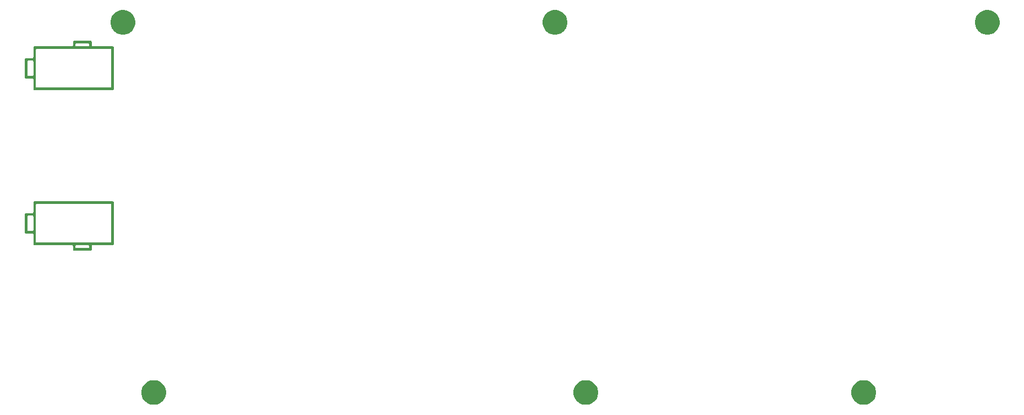
<source format=gts>
G04 #@! TF.GenerationSoftware,KiCad,Pcbnew,5.1.2-f72e74a~84~ubuntu18.04.1*
G04 #@! TF.CreationDate,2019-06-18T11:54:42+09:00*
G04 #@! TF.ProjectId,right-top-mirror,72696768-742d-4746-9f70-2d6d6972726f,rev?*
G04 #@! TF.SameCoordinates,Original*
G04 #@! TF.FileFunction,Soldermask,Top*
G04 #@! TF.FilePolarity,Negative*
%FSLAX46Y46*%
G04 Gerber Fmt 4.6, Leading zero omitted, Abs format (unit mm)*
G04 Created by KiCad (PCBNEW 5.1.2-f72e74a~84~ubuntu18.04.1) date 2019-06-18 11:54:42*
%MOMM*%
%LPD*%
G04 APERTURE LIST*
%ADD10C,0.100000*%
G04 APERTURE END LIST*
D10*
G36*
X85870866Y-116885527D02*
G01*
X86054501Y-116922054D01*
X86400461Y-117065356D01*
X86711817Y-117273397D01*
X86976603Y-117538183D01*
X87184644Y-117849539D01*
X87327946Y-118195499D01*
X87401000Y-118562768D01*
X87401000Y-118937232D01*
X87327946Y-119304501D01*
X87184644Y-119650461D01*
X86976603Y-119961817D01*
X86711817Y-120226603D01*
X86400461Y-120434644D01*
X86054501Y-120577946D01*
X85870866Y-120614473D01*
X85687233Y-120651000D01*
X85312767Y-120651000D01*
X85129134Y-120614473D01*
X84945499Y-120577946D01*
X84599539Y-120434644D01*
X84288183Y-120226603D01*
X84023397Y-119961817D01*
X83815356Y-119650461D01*
X83672054Y-119304501D01*
X83599000Y-118937232D01*
X83599000Y-118562768D01*
X83672054Y-118195499D01*
X83815356Y-117849539D01*
X84023397Y-117538183D01*
X84288183Y-117273397D01*
X84599539Y-117065356D01*
X84945499Y-116922054D01*
X85129134Y-116885527D01*
X85312767Y-116849000D01*
X85687233Y-116849000D01*
X85870866Y-116885527D01*
X85870866Y-116885527D01*
G37*
G36*
X195120866Y-116885527D02*
G01*
X195304501Y-116922054D01*
X195650461Y-117065356D01*
X195961817Y-117273397D01*
X196226603Y-117538183D01*
X196434644Y-117849539D01*
X196577946Y-118195499D01*
X196651000Y-118562768D01*
X196651000Y-118937232D01*
X196577946Y-119304501D01*
X196434644Y-119650461D01*
X196226603Y-119961817D01*
X195961817Y-120226603D01*
X195650461Y-120434644D01*
X195304501Y-120577946D01*
X195120866Y-120614473D01*
X194937233Y-120651000D01*
X194562767Y-120651000D01*
X194379134Y-120614473D01*
X194195499Y-120577946D01*
X193849539Y-120434644D01*
X193538183Y-120226603D01*
X193273397Y-119961817D01*
X193065356Y-119650461D01*
X192922054Y-119304501D01*
X192849000Y-118937232D01*
X192849000Y-118562768D01*
X192922054Y-118195499D01*
X193065356Y-117849539D01*
X193273397Y-117538183D01*
X193538183Y-117273397D01*
X193849539Y-117065356D01*
X194195499Y-116922054D01*
X194379134Y-116885527D01*
X194562767Y-116849000D01*
X194937233Y-116849000D01*
X195120866Y-116885527D01*
X195120866Y-116885527D01*
G37*
G36*
X152370866Y-116885527D02*
G01*
X152554501Y-116922054D01*
X152900461Y-117065356D01*
X153211817Y-117273397D01*
X153476603Y-117538183D01*
X153684644Y-117849539D01*
X153827946Y-118195499D01*
X153901000Y-118562768D01*
X153901000Y-118937232D01*
X153827946Y-119304501D01*
X153684644Y-119650461D01*
X153476603Y-119961817D01*
X153211817Y-120226603D01*
X152900461Y-120434644D01*
X152554501Y-120577946D01*
X152370866Y-120614473D01*
X152187233Y-120651000D01*
X151812767Y-120651000D01*
X151629134Y-120614473D01*
X151445499Y-120577946D01*
X151099539Y-120434644D01*
X150788183Y-120226603D01*
X150523397Y-119961817D01*
X150315356Y-119650461D01*
X150172054Y-119304501D01*
X150099000Y-118937232D01*
X150099000Y-118562768D01*
X150172054Y-118195499D01*
X150315356Y-117849539D01*
X150523397Y-117538183D01*
X150788183Y-117273397D01*
X151099539Y-117065356D01*
X151445499Y-116922054D01*
X151629134Y-116885527D01*
X151812767Y-116849000D01*
X152187233Y-116849000D01*
X152370866Y-116885527D01*
X152370866Y-116885527D01*
G37*
G36*
X79172191Y-89309600D02*
G01*
X79202073Y-89312543D01*
X79240414Y-89324174D01*
X79275750Y-89343061D01*
X79306721Y-89368479D01*
X79332139Y-89399450D01*
X79351026Y-89434786D01*
X79362657Y-89473127D01*
X79366584Y-89513000D01*
X79366201Y-89516888D01*
X79365600Y-89529122D01*
X79365600Y-95846878D01*
X79366201Y-95859112D01*
X79366584Y-95863000D01*
X79362657Y-95902873D01*
X79351026Y-95941214D01*
X79332139Y-95976550D01*
X79306721Y-96007521D01*
X79275750Y-96032939D01*
X79240414Y-96051826D01*
X79202073Y-96063457D01*
X79172191Y-96066400D01*
X79162200Y-96067384D01*
X79158312Y-96067001D01*
X79146078Y-96066400D01*
X76086999Y-96066400D01*
X76062613Y-96068802D01*
X76039164Y-96075915D01*
X76017553Y-96087466D01*
X75998611Y-96103011D01*
X75983066Y-96121953D01*
X75971515Y-96143564D01*
X75964402Y-96167013D01*
X75962000Y-96191399D01*
X75962000Y-96710478D01*
X75962601Y-96722712D01*
X75962984Y-96726600D01*
X75959057Y-96766473D01*
X75947426Y-96804814D01*
X75928539Y-96840150D01*
X75903121Y-96871121D01*
X75872150Y-96896539D01*
X75836814Y-96915426D01*
X75798473Y-96927057D01*
X75768591Y-96930000D01*
X75758600Y-96930984D01*
X75754712Y-96930601D01*
X75742478Y-96930000D01*
X73285522Y-96930000D01*
X73273288Y-96930601D01*
X73269400Y-96930984D01*
X73259409Y-96930000D01*
X73229527Y-96927057D01*
X73191186Y-96915426D01*
X73155850Y-96896539D01*
X73124879Y-96871121D01*
X73099461Y-96840150D01*
X73080574Y-96804814D01*
X73068943Y-96766473D01*
X73065016Y-96726600D01*
X73065400Y-96722701D01*
X73066001Y-96710468D01*
X73066000Y-96191399D01*
X73472800Y-96191399D01*
X73472800Y-96398201D01*
X73475202Y-96422587D01*
X73482315Y-96446036D01*
X73493866Y-96467647D01*
X73509411Y-96486589D01*
X73528353Y-96502134D01*
X73549964Y-96513685D01*
X73573413Y-96520798D01*
X73597799Y-96523200D01*
X75430202Y-96523200D01*
X75454588Y-96520798D01*
X75478037Y-96513685D01*
X75499648Y-96502134D01*
X75518590Y-96486589D01*
X75534135Y-96467647D01*
X75545686Y-96446036D01*
X75552799Y-96422587D01*
X75555201Y-96398200D01*
X75555200Y-96191398D01*
X75552798Y-96167012D01*
X75545685Y-96143563D01*
X75534134Y-96121953D01*
X75518588Y-96103011D01*
X75499646Y-96087466D01*
X75478035Y-96075915D01*
X75454587Y-96068802D01*
X75430201Y-96066400D01*
X73597799Y-96066400D01*
X73573413Y-96068802D01*
X73549964Y-96075915D01*
X73528353Y-96087466D01*
X73509411Y-96103011D01*
X73493866Y-96121953D01*
X73482315Y-96143564D01*
X73475202Y-96167013D01*
X73472800Y-96191399D01*
X73066000Y-96191399D01*
X73063598Y-96167013D01*
X73056485Y-96143564D01*
X73044934Y-96121953D01*
X73029388Y-96103011D01*
X73010447Y-96087466D01*
X72988836Y-96075915D01*
X72965387Y-96068802D01*
X72941001Y-96066400D01*
X67189522Y-96066400D01*
X67177288Y-96067001D01*
X67173400Y-96067384D01*
X67163409Y-96066400D01*
X67133527Y-96063457D01*
X67095186Y-96051826D01*
X67059850Y-96032939D01*
X67028879Y-96007521D01*
X67003461Y-95976550D01*
X66984574Y-95941214D01*
X66972943Y-95902873D01*
X66969016Y-95863000D01*
X66969400Y-95859101D01*
X66970001Y-95846868D01*
X66970001Y-94387999D01*
X66967599Y-94363613D01*
X66960486Y-94340164D01*
X66948935Y-94318553D01*
X66933390Y-94299611D01*
X66914448Y-94284066D01*
X66892837Y-94272515D01*
X66869388Y-94265402D01*
X66845002Y-94263000D01*
X65918809Y-94263000D01*
X65902939Y-94261437D01*
X65878461Y-94261437D01*
X65852600Y-94263984D01*
X65812728Y-94260057D01*
X65774387Y-94248426D01*
X65739051Y-94229539D01*
X65708080Y-94204121D01*
X65682662Y-94173150D01*
X65663775Y-94137814D01*
X65652144Y-94099473D01*
X65649201Y-94069591D01*
X65649201Y-91644799D01*
X66056000Y-91644799D01*
X66056000Y-93731201D01*
X66058402Y-93755587D01*
X66065515Y-93779036D01*
X66077066Y-93800647D01*
X66092611Y-93819589D01*
X66111553Y-93835134D01*
X66133164Y-93846685D01*
X66156613Y-93853798D01*
X66180999Y-93856200D01*
X66845002Y-93856200D01*
X66869388Y-93853798D01*
X66892837Y-93846685D01*
X66914448Y-93835134D01*
X66933390Y-93819589D01*
X66948935Y-93800647D01*
X66960486Y-93779036D01*
X66967599Y-93755587D01*
X66970001Y-93731201D01*
X66970000Y-91644799D01*
X66967598Y-91620413D01*
X66960485Y-91596964D01*
X66948934Y-91575353D01*
X66933389Y-91556411D01*
X66914447Y-91540866D01*
X66892836Y-91529315D01*
X66869387Y-91522202D01*
X66845001Y-91519800D01*
X66180999Y-91519800D01*
X66156613Y-91522202D01*
X66133164Y-91529315D01*
X66111553Y-91540866D01*
X66092611Y-91556411D01*
X66077066Y-91575353D01*
X66065515Y-91596964D01*
X66058402Y-91620413D01*
X66056000Y-91644799D01*
X65649201Y-91644799D01*
X65649200Y-91306410D01*
X65652143Y-91276528D01*
X65663774Y-91238187D01*
X65682661Y-91202851D01*
X65708079Y-91171879D01*
X65739050Y-91146461D01*
X65774386Y-91127574D01*
X65812727Y-91115943D01*
X65852600Y-91112016D01*
X65878460Y-91114563D01*
X65902939Y-91114563D01*
X65918809Y-91113000D01*
X66845001Y-91113000D01*
X66869387Y-91110598D01*
X66892836Y-91103485D01*
X66914447Y-91091934D01*
X66933389Y-91076389D01*
X66948934Y-91057447D01*
X66960485Y-91035836D01*
X66967598Y-91012387D01*
X66970000Y-90988001D01*
X66970000Y-89841399D01*
X67376800Y-89841399D01*
X67376800Y-95534601D01*
X67379202Y-95558987D01*
X67386315Y-95582436D01*
X67397866Y-95604047D01*
X67413411Y-95622989D01*
X67432353Y-95638534D01*
X67453964Y-95650085D01*
X67477413Y-95657198D01*
X67501799Y-95659600D01*
X73253278Y-95659600D01*
X73265512Y-95658999D01*
X73269400Y-95658616D01*
X73273288Y-95658999D01*
X73285522Y-95659600D01*
X75742478Y-95659600D01*
X75754712Y-95658999D01*
X75758600Y-95658616D01*
X75762488Y-95658999D01*
X75774722Y-95659600D01*
X78833802Y-95659600D01*
X78858188Y-95657198D01*
X78881637Y-95650085D01*
X78903248Y-95638534D01*
X78922190Y-95622989D01*
X78937735Y-95604047D01*
X78949286Y-95582436D01*
X78956399Y-95558987D01*
X78958801Y-95534601D01*
X78958800Y-89841399D01*
X78956398Y-89817013D01*
X78949285Y-89793564D01*
X78937734Y-89771953D01*
X78922189Y-89753011D01*
X78903247Y-89737466D01*
X78881636Y-89725915D01*
X78858187Y-89718802D01*
X78833801Y-89716400D01*
X67501799Y-89716400D01*
X67477413Y-89718802D01*
X67453964Y-89725915D01*
X67432353Y-89737466D01*
X67413411Y-89753011D01*
X67397866Y-89771953D01*
X67386315Y-89793564D01*
X67379202Y-89817013D01*
X67376800Y-89841399D01*
X66970000Y-89841399D01*
X66970000Y-89529122D01*
X66969399Y-89516888D01*
X66969016Y-89513000D01*
X66972943Y-89473127D01*
X66984574Y-89434786D01*
X67003461Y-89399450D01*
X67028879Y-89368479D01*
X67059850Y-89343061D01*
X67095186Y-89324174D01*
X67133527Y-89312543D01*
X67163409Y-89309600D01*
X67173400Y-89308616D01*
X67177288Y-89308999D01*
X67189522Y-89309600D01*
X79146078Y-89309600D01*
X79158312Y-89308999D01*
X79162200Y-89308616D01*
X79172191Y-89309600D01*
X79172191Y-89309600D01*
G37*
G36*
X75768591Y-64570000D02*
G01*
X75798473Y-64572943D01*
X75836814Y-64584574D01*
X75872150Y-64603461D01*
X75903121Y-64628879D01*
X75928539Y-64659850D01*
X75947426Y-64695186D01*
X75959057Y-64733527D01*
X75962984Y-64773400D01*
X75962601Y-64777288D01*
X75962000Y-64789522D01*
X75962000Y-65308601D01*
X75964402Y-65332987D01*
X75971515Y-65356436D01*
X75983066Y-65378047D01*
X75998611Y-65396989D01*
X76017553Y-65412534D01*
X76039164Y-65424085D01*
X76062613Y-65431198D01*
X76086999Y-65433600D01*
X79146078Y-65433600D01*
X79158312Y-65432999D01*
X79162200Y-65432616D01*
X79172191Y-65433600D01*
X79202073Y-65436543D01*
X79240414Y-65448174D01*
X79275750Y-65467061D01*
X79306721Y-65492479D01*
X79332139Y-65523450D01*
X79351026Y-65558786D01*
X79362657Y-65597127D01*
X79366584Y-65637000D01*
X79366201Y-65640888D01*
X79365600Y-65653122D01*
X79365600Y-71970878D01*
X79366201Y-71983112D01*
X79366584Y-71987000D01*
X79362657Y-72026873D01*
X79351026Y-72065214D01*
X79332139Y-72100550D01*
X79306721Y-72131521D01*
X79275750Y-72156939D01*
X79240414Y-72175826D01*
X79202073Y-72187457D01*
X79172191Y-72190400D01*
X79162200Y-72191384D01*
X79158312Y-72191001D01*
X79146078Y-72190400D01*
X67189522Y-72190400D01*
X67177288Y-72191001D01*
X67173400Y-72191384D01*
X67163409Y-72190400D01*
X67133527Y-72187457D01*
X67095186Y-72175826D01*
X67059850Y-72156939D01*
X67028879Y-72131521D01*
X67003461Y-72100550D01*
X66984574Y-72065214D01*
X66972943Y-72026873D01*
X66969016Y-71987000D01*
X66969400Y-71983101D01*
X66970001Y-71970868D01*
X66970001Y-70511999D01*
X66967599Y-70487613D01*
X66960486Y-70464164D01*
X66948935Y-70442553D01*
X66933390Y-70423611D01*
X66914448Y-70408066D01*
X66892837Y-70396515D01*
X66869388Y-70389402D01*
X66845002Y-70387000D01*
X65918809Y-70387000D01*
X65902939Y-70385437D01*
X65878461Y-70385437D01*
X65852600Y-70387984D01*
X65812728Y-70384057D01*
X65774387Y-70372426D01*
X65739051Y-70353539D01*
X65708080Y-70328121D01*
X65682662Y-70297150D01*
X65663775Y-70261814D01*
X65652144Y-70223473D01*
X65649201Y-70193591D01*
X65649201Y-67768799D01*
X66056000Y-67768799D01*
X66056000Y-69855201D01*
X66058402Y-69879587D01*
X66065515Y-69903036D01*
X66077066Y-69924647D01*
X66092611Y-69943589D01*
X66111553Y-69959134D01*
X66133164Y-69970685D01*
X66156613Y-69977798D01*
X66180999Y-69980200D01*
X66845002Y-69980200D01*
X66869388Y-69977798D01*
X66892837Y-69970685D01*
X66914448Y-69959134D01*
X66933390Y-69943589D01*
X66948935Y-69924647D01*
X66960486Y-69903036D01*
X66967599Y-69879587D01*
X66970001Y-69855201D01*
X66970000Y-67768799D01*
X66967598Y-67744413D01*
X66960485Y-67720964D01*
X66948934Y-67699353D01*
X66933389Y-67680411D01*
X66914447Y-67664866D01*
X66892836Y-67653315D01*
X66869387Y-67646202D01*
X66845001Y-67643800D01*
X66180999Y-67643800D01*
X66156613Y-67646202D01*
X66133164Y-67653315D01*
X66111553Y-67664866D01*
X66092611Y-67680411D01*
X66077066Y-67699353D01*
X66065515Y-67720964D01*
X66058402Y-67744413D01*
X66056000Y-67768799D01*
X65649201Y-67768799D01*
X65649200Y-67430410D01*
X65652143Y-67400528D01*
X65663774Y-67362187D01*
X65682661Y-67326851D01*
X65708079Y-67295879D01*
X65739050Y-67270461D01*
X65774386Y-67251574D01*
X65812727Y-67239943D01*
X65852600Y-67236016D01*
X65878460Y-67238563D01*
X65902939Y-67238563D01*
X65918809Y-67237000D01*
X66845001Y-67237000D01*
X66869387Y-67234598D01*
X66892836Y-67227485D01*
X66914447Y-67215934D01*
X66933389Y-67200389D01*
X66948934Y-67181447D01*
X66960485Y-67159836D01*
X66967598Y-67136387D01*
X66970000Y-67112001D01*
X66970000Y-65965399D01*
X67376800Y-65965399D01*
X67376800Y-71658601D01*
X67379202Y-71682987D01*
X67386315Y-71706436D01*
X67397866Y-71728047D01*
X67413411Y-71746989D01*
X67432353Y-71762534D01*
X67453964Y-71774085D01*
X67477413Y-71781198D01*
X67501799Y-71783600D01*
X78833802Y-71783600D01*
X78858188Y-71781198D01*
X78881637Y-71774085D01*
X78903248Y-71762534D01*
X78922190Y-71746989D01*
X78937735Y-71728047D01*
X78949286Y-71706436D01*
X78956399Y-71682987D01*
X78958801Y-71658601D01*
X78958800Y-65965399D01*
X78956398Y-65941013D01*
X78949285Y-65917564D01*
X78937734Y-65895953D01*
X78922189Y-65877011D01*
X78903247Y-65861466D01*
X78881636Y-65849915D01*
X78858187Y-65842802D01*
X78833801Y-65840400D01*
X75774722Y-65840400D01*
X75762488Y-65841001D01*
X75758600Y-65841384D01*
X75754712Y-65841001D01*
X75742478Y-65840400D01*
X73285522Y-65840400D01*
X73273288Y-65841001D01*
X73269400Y-65841384D01*
X73265512Y-65841001D01*
X73253278Y-65840400D01*
X67501799Y-65840400D01*
X67477413Y-65842802D01*
X67453964Y-65849915D01*
X67432353Y-65861466D01*
X67413411Y-65877011D01*
X67397866Y-65895953D01*
X67386315Y-65917564D01*
X67379202Y-65941013D01*
X67376800Y-65965399D01*
X66970000Y-65965399D01*
X66970000Y-65653122D01*
X66969399Y-65640888D01*
X66969016Y-65637000D01*
X66972943Y-65597127D01*
X66984574Y-65558786D01*
X67003461Y-65523450D01*
X67028879Y-65492479D01*
X67059850Y-65467061D01*
X67095186Y-65448174D01*
X67133527Y-65436543D01*
X67163409Y-65433600D01*
X67173400Y-65432616D01*
X67177288Y-65432999D01*
X67189522Y-65433600D01*
X72941002Y-65433600D01*
X72965388Y-65431198D01*
X72988837Y-65424085D01*
X73010448Y-65412534D01*
X73029390Y-65396989D01*
X73044935Y-65378047D01*
X73056486Y-65356436D01*
X73063599Y-65332987D01*
X73066001Y-65308601D01*
X73066001Y-65101799D01*
X73472800Y-65101799D01*
X73472800Y-65308601D01*
X73475202Y-65332987D01*
X73482315Y-65356436D01*
X73493866Y-65378047D01*
X73509411Y-65396989D01*
X73528353Y-65412534D01*
X73549964Y-65424085D01*
X73573413Y-65431198D01*
X73597799Y-65433600D01*
X75430202Y-65433600D01*
X75454588Y-65431198D01*
X75478037Y-65424085D01*
X75499648Y-65412534D01*
X75518590Y-65396989D01*
X75534135Y-65378047D01*
X75545686Y-65356436D01*
X75552799Y-65332987D01*
X75555201Y-65308600D01*
X75555200Y-65101798D01*
X75552798Y-65077412D01*
X75545685Y-65053963D01*
X75534134Y-65032353D01*
X75518588Y-65013411D01*
X75499646Y-64997866D01*
X75478035Y-64986315D01*
X75454587Y-64979202D01*
X75430201Y-64976800D01*
X73597799Y-64976800D01*
X73573413Y-64979202D01*
X73549964Y-64986315D01*
X73528353Y-64997866D01*
X73509411Y-65013411D01*
X73493866Y-65032353D01*
X73482315Y-65053964D01*
X73475202Y-65077413D01*
X73472800Y-65101799D01*
X73066001Y-65101799D01*
X73066000Y-64789522D01*
X73065399Y-64777286D01*
X73065016Y-64773400D01*
X73068943Y-64733527D01*
X73080574Y-64695186D01*
X73099461Y-64659850D01*
X73124879Y-64628879D01*
X73155850Y-64603461D01*
X73191186Y-64584574D01*
X73229527Y-64572943D01*
X73259409Y-64570000D01*
X73269400Y-64569016D01*
X73273288Y-64569399D01*
X73285522Y-64570000D01*
X75742478Y-64570000D01*
X75754712Y-64569399D01*
X75758600Y-64569016D01*
X75768591Y-64570000D01*
X75768591Y-64570000D01*
G37*
G36*
X147804501Y-59922054D02*
G01*
X148150461Y-60065356D01*
X148461817Y-60273397D01*
X148726603Y-60538183D01*
X148934644Y-60849539D01*
X149077946Y-61195499D01*
X149151000Y-61562768D01*
X149151000Y-61937232D01*
X149077946Y-62304501D01*
X148934644Y-62650461D01*
X148726603Y-62961817D01*
X148461817Y-63226603D01*
X148150461Y-63434644D01*
X147804501Y-63577946D01*
X147437233Y-63651000D01*
X147062767Y-63651000D01*
X146695499Y-63577946D01*
X146349539Y-63434644D01*
X146038183Y-63226603D01*
X145773397Y-62961817D01*
X145565356Y-62650461D01*
X145422054Y-62304501D01*
X145349000Y-61937232D01*
X145349000Y-61562768D01*
X145422054Y-61195499D01*
X145565356Y-60849539D01*
X145773397Y-60538183D01*
X146038183Y-60273397D01*
X146349539Y-60065356D01*
X146695499Y-59922054D01*
X147062767Y-59849000D01*
X147437233Y-59849000D01*
X147804501Y-59922054D01*
X147804501Y-59922054D01*
G37*
G36*
X214304501Y-59922054D02*
G01*
X214650461Y-60065356D01*
X214961817Y-60273397D01*
X215226603Y-60538183D01*
X215434644Y-60849539D01*
X215577946Y-61195499D01*
X215651000Y-61562768D01*
X215651000Y-61937232D01*
X215577946Y-62304501D01*
X215434644Y-62650461D01*
X215226603Y-62961817D01*
X214961817Y-63226603D01*
X214650461Y-63434644D01*
X214304501Y-63577946D01*
X213937233Y-63651000D01*
X213562767Y-63651000D01*
X213195499Y-63577946D01*
X212849539Y-63434644D01*
X212538183Y-63226603D01*
X212273397Y-62961817D01*
X212065356Y-62650461D01*
X211922054Y-62304501D01*
X211849000Y-61937232D01*
X211849000Y-61562768D01*
X211922054Y-61195499D01*
X212065356Y-60849539D01*
X212273397Y-60538183D01*
X212538183Y-60273397D01*
X212849539Y-60065356D01*
X213195499Y-59922054D01*
X213562767Y-59849000D01*
X213937233Y-59849000D01*
X214304501Y-59922054D01*
X214304501Y-59922054D01*
G37*
G36*
X81304501Y-59922054D02*
G01*
X81650461Y-60065356D01*
X81961817Y-60273397D01*
X82226603Y-60538183D01*
X82434644Y-60849539D01*
X82577946Y-61195499D01*
X82651000Y-61562768D01*
X82651000Y-61937232D01*
X82577946Y-62304501D01*
X82434644Y-62650461D01*
X82226603Y-62961817D01*
X81961817Y-63226603D01*
X81650461Y-63434644D01*
X81304501Y-63577946D01*
X80937233Y-63651000D01*
X80562767Y-63651000D01*
X80195499Y-63577946D01*
X79849539Y-63434644D01*
X79538183Y-63226603D01*
X79273397Y-62961817D01*
X79065356Y-62650461D01*
X78922054Y-62304501D01*
X78849000Y-61937232D01*
X78849000Y-61562768D01*
X78922054Y-61195499D01*
X79065356Y-60849539D01*
X79273397Y-60538183D01*
X79538183Y-60273397D01*
X79849539Y-60065356D01*
X80195499Y-59922054D01*
X80562767Y-59849000D01*
X80937233Y-59849000D01*
X81304501Y-59922054D01*
X81304501Y-59922054D01*
G37*
M02*

</source>
